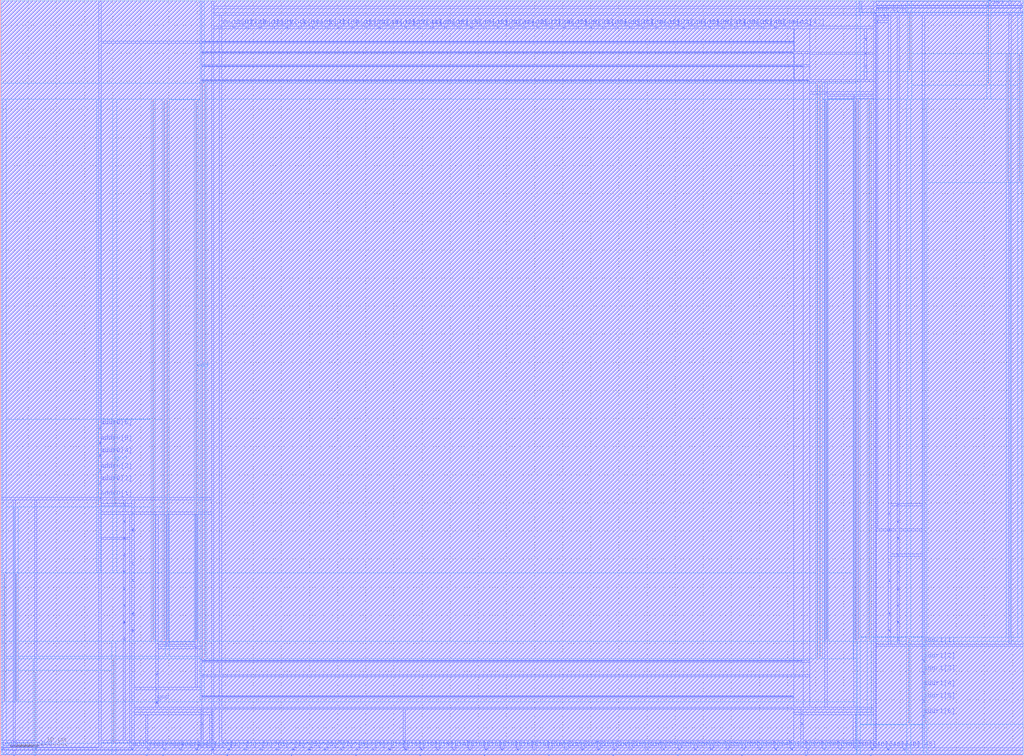
<source format=lef>
VERSION 5.4 ;
NAMESCASESENSITIVE ON ;
BUSBITCHARS "[]" ;
DIVIDERCHAR "/" ;
UNITS
  DATABASE MICRONS 2000 ;
END UNITS
MACRO freepdk45_sram_1w1r_128x44_11
   CLASS BLOCK ;
   SIZE 182.045 BY 134.51 ;
   SYMMETRY X Y R90 ;
   PIN din0[0]
      DIRECTION INPUT ;
      PORT
         LAYER metal3 ;
         RECT  37.715 1.1075 37.85 1.2425 ;
      END
   END din0[0]
   PIN din0[1]
      DIRECTION INPUT ;
      PORT
         LAYER metal3 ;
         RECT  40.575 1.1075 40.71 1.2425 ;
      END
   END din0[1]
   PIN din0[2]
      DIRECTION INPUT ;
      PORT
         LAYER metal3 ;
         RECT  43.435 1.1075 43.57 1.2425 ;
      END
   END din0[2]
   PIN din0[3]
      DIRECTION INPUT ;
      PORT
         LAYER metal3 ;
         RECT  46.295 1.1075 46.43 1.2425 ;
      END
   END din0[3]
   PIN din0[4]
      DIRECTION INPUT ;
      PORT
         LAYER metal3 ;
         RECT  49.155 1.1075 49.29 1.2425 ;
      END
   END din0[4]
   PIN din0[5]
      DIRECTION INPUT ;
      PORT
         LAYER metal3 ;
         RECT  52.015 1.1075 52.15 1.2425 ;
      END
   END din0[5]
   PIN din0[6]
      DIRECTION INPUT ;
      PORT
         LAYER metal3 ;
         RECT  54.875 1.1075 55.01 1.2425 ;
      END
   END din0[6]
   PIN din0[7]
      DIRECTION INPUT ;
      PORT
         LAYER metal3 ;
         RECT  57.735 1.1075 57.87 1.2425 ;
      END
   END din0[7]
   PIN din0[8]
      DIRECTION INPUT ;
      PORT
         LAYER metal3 ;
         RECT  60.595 1.1075 60.73 1.2425 ;
      END
   END din0[8]
   PIN din0[9]
      DIRECTION INPUT ;
      PORT
         LAYER metal3 ;
         RECT  63.455 1.1075 63.59 1.2425 ;
      END
   END din0[9]
   PIN din0[10]
      DIRECTION INPUT ;
      PORT
         LAYER metal3 ;
         RECT  66.315 1.1075 66.45 1.2425 ;
      END
   END din0[10]
   PIN din0[11]
      DIRECTION INPUT ;
      PORT
         LAYER metal3 ;
         RECT  69.175 1.1075 69.31 1.2425 ;
      END
   END din0[11]
   PIN din0[12]
      DIRECTION INPUT ;
      PORT
         LAYER metal3 ;
         RECT  72.035 1.1075 72.17 1.2425 ;
      END
   END din0[12]
   PIN din0[13]
      DIRECTION INPUT ;
      PORT
         LAYER metal3 ;
         RECT  74.895 1.1075 75.03 1.2425 ;
      END
   END din0[13]
   PIN din0[14]
      DIRECTION INPUT ;
      PORT
         LAYER metal3 ;
         RECT  77.755 1.1075 77.89 1.2425 ;
      END
   END din0[14]
   PIN din0[15]
      DIRECTION INPUT ;
      PORT
         LAYER metal3 ;
         RECT  80.615 1.1075 80.75 1.2425 ;
      END
   END din0[15]
   PIN din0[16]
      DIRECTION INPUT ;
      PORT
         LAYER metal3 ;
         RECT  83.475 1.1075 83.61 1.2425 ;
      END
   END din0[16]
   PIN din0[17]
      DIRECTION INPUT ;
      PORT
         LAYER metal3 ;
         RECT  86.335 1.1075 86.47 1.2425 ;
      END
   END din0[17]
   PIN din0[18]
      DIRECTION INPUT ;
      PORT
         LAYER metal3 ;
         RECT  89.195 1.1075 89.33 1.2425 ;
      END
   END din0[18]
   PIN din0[19]
      DIRECTION INPUT ;
      PORT
         LAYER metal3 ;
         RECT  92.055 1.1075 92.19 1.2425 ;
      END
   END din0[19]
   PIN din0[20]
      DIRECTION INPUT ;
      PORT
         LAYER metal3 ;
         RECT  94.915 1.1075 95.05 1.2425 ;
      END
   END din0[20]
   PIN din0[21]
      DIRECTION INPUT ;
      PORT
         LAYER metal3 ;
         RECT  97.775 1.1075 97.91 1.2425 ;
      END
   END din0[21]
   PIN din0[22]
      DIRECTION INPUT ;
      PORT
         LAYER metal3 ;
         RECT  100.635 1.1075 100.77 1.2425 ;
      END
   END din0[22]
   PIN din0[23]
      DIRECTION INPUT ;
      PORT
         LAYER metal3 ;
         RECT  103.495 1.1075 103.63 1.2425 ;
      END
   END din0[23]
   PIN din0[24]
      DIRECTION INPUT ;
      PORT
         LAYER metal3 ;
         RECT  106.355 1.1075 106.49 1.2425 ;
      END
   END din0[24]
   PIN din0[25]
      DIRECTION INPUT ;
      PORT
         LAYER metal3 ;
         RECT  109.215 1.1075 109.35 1.2425 ;
      END
   END din0[25]
   PIN din0[26]
      DIRECTION INPUT ;
      PORT
         LAYER metal3 ;
         RECT  112.075 1.1075 112.21 1.2425 ;
      END
   END din0[26]
   PIN din0[27]
      DIRECTION INPUT ;
      PORT
         LAYER metal3 ;
         RECT  114.935 1.1075 115.07 1.2425 ;
      END
   END din0[27]
   PIN din0[28]
      DIRECTION INPUT ;
      PORT
         LAYER metal3 ;
         RECT  117.795 1.1075 117.93 1.2425 ;
      END
   END din0[28]
   PIN din0[29]
      DIRECTION INPUT ;
      PORT
         LAYER metal3 ;
         RECT  120.655 1.1075 120.79 1.2425 ;
      END
   END din0[29]
   PIN din0[30]
      DIRECTION INPUT ;
      PORT
         LAYER metal3 ;
         RECT  123.515 1.1075 123.65 1.2425 ;
      END
   END din0[30]
   PIN din0[31]
      DIRECTION INPUT ;
      PORT
         LAYER metal3 ;
         RECT  126.375 1.1075 126.51 1.2425 ;
      END
   END din0[31]
   PIN din0[32]
      DIRECTION INPUT ;
      PORT
         LAYER metal3 ;
         RECT  129.235 1.1075 129.37 1.2425 ;
      END
   END din0[32]
   PIN din0[33]
      DIRECTION INPUT ;
      PORT
         LAYER metal3 ;
         RECT  132.095 1.1075 132.23 1.2425 ;
      END
   END din0[33]
   PIN din0[34]
      DIRECTION INPUT ;
      PORT
         LAYER metal3 ;
         RECT  134.955 1.1075 135.09 1.2425 ;
      END
   END din0[34]
   PIN din0[35]
      DIRECTION INPUT ;
      PORT
         LAYER metal3 ;
         RECT  137.815 1.1075 137.95 1.2425 ;
      END
   END din0[35]
   PIN din0[36]
      DIRECTION INPUT ;
      PORT
         LAYER metal3 ;
         RECT  140.675 1.1075 140.81 1.2425 ;
      END
   END din0[36]
   PIN din0[37]
      DIRECTION INPUT ;
      PORT
         LAYER metal3 ;
         RECT  143.535 1.1075 143.67 1.2425 ;
      END
   END din0[37]
   PIN din0[38]
      DIRECTION INPUT ;
      PORT
         LAYER metal3 ;
         RECT  146.395 1.1075 146.53 1.2425 ;
      END
   END din0[38]
   PIN din0[39]
      DIRECTION INPUT ;
      PORT
         LAYER metal3 ;
         RECT  149.255 1.1075 149.39 1.2425 ;
      END
   END din0[39]
   PIN din0[40]
      DIRECTION INPUT ;
      PORT
         LAYER metal3 ;
         RECT  152.115 1.1075 152.25 1.2425 ;
      END
   END din0[40]
   PIN din0[41]
      DIRECTION INPUT ;
      PORT
         LAYER metal3 ;
         RECT  154.975 1.1075 155.11 1.2425 ;
      END
   END din0[41]
   PIN din0[42]
      DIRECTION INPUT ;
      PORT
         LAYER metal3 ;
         RECT  157.835 1.1075 157.97 1.2425 ;
      END
   END din0[42]
   PIN din0[43]
      DIRECTION INPUT ;
      PORT
         LAYER metal3 ;
         RECT  160.695 1.1075 160.83 1.2425 ;
      END
   END din0[43]
   PIN addr0[0]
      DIRECTION INPUT ;
      PORT
         LAYER metal3 ;
         RECT  23.415 1.1075 23.55 1.2425 ;
      END
   END addr0[0]
   PIN addr0[1]
      DIRECTION INPUT ;
      PORT
         LAYER metal3 ;
         RECT  17.695 45.6975 17.83 45.8325 ;
      END
   END addr0[1]
   PIN addr0[2]
      DIRECTION INPUT ;
      PORT
         LAYER metal3 ;
         RECT  17.695 48.4275 17.83 48.5625 ;
      END
   END addr0[2]
   PIN addr0[3]
      DIRECTION INPUT ;
      PORT
         LAYER metal3 ;
         RECT  17.695 50.6375 17.83 50.7725 ;
      END
   END addr0[3]
   PIN addr0[4]
      DIRECTION INPUT ;
      PORT
         LAYER metal3 ;
         RECT  17.695 53.3675 17.83 53.5025 ;
      END
   END addr0[4]
   PIN addr0[5]
      DIRECTION INPUT ;
      PORT
         LAYER metal3 ;
         RECT  17.695 55.5775 17.83 55.7125 ;
      END
   END addr0[5]
   PIN addr0[6]
      DIRECTION INPUT ;
      PORT
         LAYER metal3 ;
         RECT  17.695 58.3075 17.83 58.4425 ;
      END
   END addr0[6]
   PIN addr1[0]
      DIRECTION INPUT ;
      PORT
         LAYER metal3 ;
         RECT  155.495 131.935 155.63 132.07 ;
      END
   END addr1[0]
   PIN addr1[1]
      DIRECTION INPUT ;
      PORT
         LAYER metal3 ;
         RECT  164.075 19.5675 164.21 19.7025 ;
      END
   END addr1[1]
   PIN addr1[2]
      DIRECTION INPUT ;
      PORT
         LAYER metal3 ;
         RECT  164.075 16.8375 164.21 16.9725 ;
      END
   END addr1[2]
   PIN addr1[3]
      DIRECTION INPUT ;
      PORT
         LAYER metal3 ;
         RECT  164.075 14.6275 164.21 14.7625 ;
      END
   END addr1[3]
   PIN addr1[4]
      DIRECTION INPUT ;
      PORT
         LAYER metal3 ;
         RECT  164.075 11.8975 164.21 12.0325 ;
      END
   END addr1[4]
   PIN addr1[5]
      DIRECTION INPUT ;
      PORT
         LAYER metal3 ;
         RECT  164.075 9.6875 164.21 9.8225 ;
      END
   END addr1[5]
   PIN addr1[6]
      DIRECTION INPUT ;
      PORT
         LAYER metal3 ;
         RECT  164.075 6.9575 164.21 7.0925 ;
      END
   END addr1[6]
   PIN csb0
      DIRECTION INPUT ;
      PORT
         LAYER metal3 ;
         RECT  0.285 1.1075 0.42 1.2425 ;
      END
   END csb0
   PIN csb1
      DIRECTION INPUT ;
      PORT
         LAYER metal3 ;
         RECT  181.625 133.2675 181.76 133.4025 ;
      END
   END csb1
   PIN clk0
      DIRECTION INPUT ;
      PORT
         LAYER metal3 ;
         RECT  6.2475 1.1925 6.3825 1.3275 ;
      END
   END clk0
   PIN clk1
      DIRECTION INPUT ;
      PORT
         LAYER metal3 ;
         RECT  175.5225 133.1825 175.6575 133.3175 ;
      END
   END clk1
   PIN wmask0[0]
      DIRECTION INPUT ;
      PORT
         LAYER metal3 ;
         RECT  26.275 1.1075 26.41 1.2425 ;
      END
   END wmask0[0]
   PIN wmask0[1]
      DIRECTION INPUT ;
      PORT
         LAYER metal3 ;
         RECT  29.135 1.1075 29.27 1.2425 ;
      END
   END wmask0[1]
   PIN wmask0[2]
      DIRECTION INPUT ;
      PORT
         LAYER metal3 ;
         RECT  31.995 1.1075 32.13 1.2425 ;
      END
   END wmask0[2]
   PIN wmask0[3]
      DIRECTION INPUT ;
      PORT
         LAYER metal3 ;
         RECT  34.855 1.1075 34.99 1.2425 ;
      END
   END wmask0[3]
   PIN dout1[0]
      DIRECTION OUTPUT ;
      PORT
         LAYER metal3 ;
         RECT  39.1225 129.5125 39.2575 129.6475 ;
      END
   END dout1[0]
   PIN dout1[1]
      DIRECTION OUTPUT ;
      PORT
         LAYER metal3 ;
         RECT  41.4725 129.5125 41.6075 129.6475 ;
      END
   END dout1[1]
   PIN dout1[2]
      DIRECTION OUTPUT ;
      PORT
         LAYER metal3 ;
         RECT  43.8225 129.5125 43.9575 129.6475 ;
      END
   END dout1[2]
   PIN dout1[3]
      DIRECTION OUTPUT ;
      PORT
         LAYER metal3 ;
         RECT  46.1725 129.5125 46.3075 129.6475 ;
      END
   END dout1[3]
   PIN dout1[4]
      DIRECTION OUTPUT ;
      PORT
         LAYER metal3 ;
         RECT  48.5225 129.5125 48.6575 129.6475 ;
      END
   END dout1[4]
   PIN dout1[5]
      DIRECTION OUTPUT ;
      PORT
         LAYER metal3 ;
         RECT  50.8725 129.5125 51.0075 129.6475 ;
      END
   END dout1[5]
   PIN dout1[6]
      DIRECTION OUTPUT ;
      PORT
         LAYER metal3 ;
         RECT  53.2225 129.5125 53.3575 129.6475 ;
      END
   END dout1[6]
   PIN dout1[7]
      DIRECTION OUTPUT ;
      PORT
         LAYER metal3 ;
         RECT  55.5725 129.5125 55.7075 129.6475 ;
      END
   END dout1[7]
   PIN dout1[8]
      DIRECTION OUTPUT ;
      PORT
         LAYER metal3 ;
         RECT  57.9225 129.5125 58.0575 129.6475 ;
      END
   END dout1[8]
   PIN dout1[9]
      DIRECTION OUTPUT ;
      PORT
         LAYER metal3 ;
         RECT  60.2725 129.5125 60.4075 129.6475 ;
      END
   END dout1[9]
   PIN dout1[10]
      DIRECTION OUTPUT ;
      PORT
         LAYER metal3 ;
         RECT  62.6225 129.5125 62.7575 129.6475 ;
      END
   END dout1[10]
   PIN dout1[11]
      DIRECTION OUTPUT ;
      PORT
         LAYER metal3 ;
         RECT  64.9725 129.5125 65.1075 129.6475 ;
      END
   END dout1[11]
   PIN dout1[12]
      DIRECTION OUTPUT ;
      PORT
         LAYER metal3 ;
         RECT  67.3225 129.5125 67.4575 129.6475 ;
      END
   END dout1[12]
   PIN dout1[13]
      DIRECTION OUTPUT ;
      PORT
         LAYER metal3 ;
         RECT  69.6725 129.5125 69.8075 129.6475 ;
      END
   END dout1[13]
   PIN dout1[14]
      DIRECTION OUTPUT ;
      PORT
         LAYER metal3 ;
         RECT  72.0225 129.5125 72.1575 129.6475 ;
      END
   END dout1[14]
   PIN dout1[15]
      DIRECTION OUTPUT ;
      PORT
         LAYER metal3 ;
         RECT  74.3725 129.5125 74.5075 129.6475 ;
      END
   END dout1[15]
   PIN dout1[16]
      DIRECTION OUTPUT ;
      PORT
         LAYER metal3 ;
         RECT  76.7225 129.5125 76.8575 129.6475 ;
      END
   END dout1[16]
   PIN dout1[17]
      DIRECTION OUTPUT ;
      PORT
         LAYER metal3 ;
         RECT  79.0725 129.5125 79.2075 129.6475 ;
      END
   END dout1[17]
   PIN dout1[18]
      DIRECTION OUTPUT ;
      PORT
         LAYER metal3 ;
         RECT  81.4225 129.5125 81.5575 129.6475 ;
      END
   END dout1[18]
   PIN dout1[19]
      DIRECTION OUTPUT ;
      PORT
         LAYER metal3 ;
         RECT  83.7725 129.5125 83.9075 129.6475 ;
      END
   END dout1[19]
   PIN dout1[20]
      DIRECTION OUTPUT ;
      PORT
         LAYER metal3 ;
         RECT  86.1225 129.5125 86.2575 129.6475 ;
      END
   END dout1[20]
   PIN dout1[21]
      DIRECTION OUTPUT ;
      PORT
         LAYER metal3 ;
         RECT  88.4725 129.5125 88.6075 129.6475 ;
      END
   END dout1[21]
   PIN dout1[22]
      DIRECTION OUTPUT ;
      PORT
         LAYER metal3 ;
         RECT  90.8225 129.5125 90.9575 129.6475 ;
      END
   END dout1[22]
   PIN dout1[23]
      DIRECTION OUTPUT ;
      PORT
         LAYER metal3 ;
         RECT  93.1725 129.5125 93.3075 129.6475 ;
      END
   END dout1[23]
   PIN dout1[24]
      DIRECTION OUTPUT ;
      PORT
         LAYER metal3 ;
         RECT  95.5225 129.5125 95.6575 129.6475 ;
      END
   END dout1[24]
   PIN dout1[25]
      DIRECTION OUTPUT ;
      PORT
         LAYER metal3 ;
         RECT  97.8725 129.5125 98.0075 129.6475 ;
      END
   END dout1[25]
   PIN dout1[26]
      DIRECTION OUTPUT ;
      PORT
         LAYER metal3 ;
         RECT  100.2225 129.5125 100.3575 129.6475 ;
      END
   END dout1[26]
   PIN dout1[27]
      DIRECTION OUTPUT ;
      PORT
         LAYER metal3 ;
         RECT  102.5725 129.5125 102.7075 129.6475 ;
      END
   END dout1[27]
   PIN dout1[28]
      DIRECTION OUTPUT ;
      PORT
         LAYER metal3 ;
         RECT  104.9225 129.5125 105.0575 129.6475 ;
      END
   END dout1[28]
   PIN dout1[29]
      DIRECTION OUTPUT ;
      PORT
         LAYER metal3 ;
         RECT  107.2725 129.5125 107.4075 129.6475 ;
      END
   END dout1[29]
   PIN dout1[30]
      DIRECTION OUTPUT ;
      PORT
         LAYER metal3 ;
         RECT  109.6225 129.5125 109.7575 129.6475 ;
      END
   END dout1[30]
   PIN dout1[31]
      DIRECTION OUTPUT ;
      PORT
         LAYER metal3 ;
         RECT  111.9725 129.5125 112.1075 129.6475 ;
      END
   END dout1[31]
   PIN dout1[32]
      DIRECTION OUTPUT ;
      PORT
         LAYER metal3 ;
         RECT  114.3225 129.5125 114.4575 129.6475 ;
      END
   END dout1[32]
   PIN dout1[33]
      DIRECTION OUTPUT ;
      PORT
         LAYER metal3 ;
         RECT  116.6725 129.5125 116.8075 129.6475 ;
      END
   END dout1[33]
   PIN dout1[34]
      DIRECTION OUTPUT ;
      PORT
         LAYER metal3 ;
         RECT  119.0225 129.5125 119.1575 129.6475 ;
      END
   END dout1[34]
   PIN dout1[35]
      DIRECTION OUTPUT ;
      PORT
         LAYER metal3 ;
         RECT  121.3725 129.5125 121.5075 129.6475 ;
      END
   END dout1[35]
   PIN dout1[36]
      DIRECTION OUTPUT ;
      PORT
         LAYER metal3 ;
         RECT  123.7225 129.5125 123.8575 129.6475 ;
      END
   END dout1[36]
   PIN dout1[37]
      DIRECTION OUTPUT ;
      PORT
         LAYER metal3 ;
         RECT  126.0725 129.5125 126.2075 129.6475 ;
      END
   END dout1[37]
   PIN dout1[38]
      DIRECTION OUTPUT ;
      PORT
         LAYER metal3 ;
         RECT  128.4225 129.5125 128.5575 129.6475 ;
      END
   END dout1[38]
   PIN dout1[39]
      DIRECTION OUTPUT ;
      PORT
         LAYER metal3 ;
         RECT  130.7725 129.5125 130.9075 129.6475 ;
      END
   END dout1[39]
   PIN dout1[40]
      DIRECTION OUTPUT ;
      PORT
         LAYER metal3 ;
         RECT  133.1225 129.5125 133.2575 129.6475 ;
      END
   END dout1[40]
   PIN dout1[41]
      DIRECTION OUTPUT ;
      PORT
         LAYER metal3 ;
         RECT  135.4725 129.5125 135.6075 129.6475 ;
      END
   END dout1[41]
   PIN dout1[42]
      DIRECTION OUTPUT ;
      PORT
         LAYER metal3 ;
         RECT  137.8225 129.5125 137.9575 129.6475 ;
      END
   END dout1[42]
   PIN dout1[43]
      DIRECTION OUTPUT ;
      PORT
         LAYER metal3 ;
         RECT  140.1725 129.5125 140.3075 129.6475 ;
      END
   END dout1[43]
   PIN vdd
      DIRECTION INOUT ;
      USE POWER ; 
      SHAPE ABUTMENT ; 
      PORT
         LAYER metal3 ;
         RECT  158.0625 40.1075 158.1975 40.2425 ;
         LAYER metal4 ;
         RECT  152.505 20.67 152.645 116.56 ;
         LAYER metal3 ;
         RECT  23.5125 43.0975 23.6475 43.2325 ;
         LAYER metal4 ;
         RECT  0.6875 9.8475 0.8275 32.25 ;
         LAYER metal3 ;
         RECT  23.5125 25.1575 23.6475 25.2925 ;
         LAYER metal4 ;
         RECT  29.065 20.67 29.205 116.56 ;
         LAYER metal4 ;
         RECT  161.635 122.02 161.775 132.04 ;
         LAYER metal3 ;
         RECT  35.9375 8.415 140.9775 8.485 ;
         LAYER metal3 ;
         RECT  35.9375 126.9575 140.9775 127.0275 ;
         LAYER metal3 ;
         RECT  2.425 2.4725 2.56 2.6075 ;
         LAYER metal3 ;
         RECT  158.0625 43.0975 158.1975 43.2325 ;
         LAYER metal4 ;
         RECT  164.355 5.85 164.495 20.81 ;
         LAYER metal3 ;
         RECT  23.5125 22.1675 23.6475 22.3025 ;
         LAYER metal4 ;
         RECT  181.2175 102.26 181.3575 124.6625 ;
         LAYER metal3 ;
         RECT  71.7525 2.4725 71.8875 2.6075 ;
         LAYER metal4 ;
         RECT  35.87 17.5 36.01 119.41 ;
         LAYER metal3 ;
         RECT  27.775 11.9075 27.91 12.0425 ;
         LAYER metal3 ;
         RECT  142.4875 7.4475 142.6225 7.5825 ;
         LAYER metal3 ;
         RECT  151.8325 2.4725 151.9675 2.6075 ;
         LAYER metal3 ;
         RECT  23.5125 31.1375 23.6475 31.2725 ;
         LAYER metal3 ;
         RECT  35.8025 7.4475 35.9375 7.5825 ;
         LAYER metal4 ;
         RECT  145.7 17.5 145.84 119.41 ;
         LAYER metal3 ;
         RECT  23.1325 2.4725 23.2675 2.6075 ;
         LAYER metal3 ;
         RECT  128.9525 2.4725 129.0875 2.6075 ;
         LAYER metal3 ;
         RECT  23.5125 40.1075 23.6475 40.2425 ;
         LAYER metal4 ;
         RECT  17.41 44.59 17.55 59.55 ;
         LAYER metal3 ;
         RECT  34.7925 19.1775 34.9275 19.3125 ;
         LAYER metal3 ;
         RECT  35.9375 120.105 143.7975 120.175 ;
         LAYER metal3 ;
         RECT  158.0625 31.1375 158.1975 31.2725 ;
         LAYER metal3 ;
         RECT  158.0625 22.1675 158.1975 22.3025 ;
         LAYER metal3 ;
         RECT  25.9925 2.4725 26.1275 2.6075 ;
         LAYER metal3 ;
         RECT  35.9375 16.805 142.6225 16.875 ;
         LAYER metal3 ;
         RECT  83.1925 2.4725 83.3275 2.6075 ;
         LAYER metal3 ;
         RECT  158.0625 34.1275 158.1975 34.2625 ;
         LAYER metal3 ;
         RECT  29.685 19.965 29.82 20.1 ;
         LAYER metal4 ;
         RECT  20.13 2.47 20.27 17.43 ;
         LAYER metal3 ;
         RECT  48.8725 2.4725 49.0075 2.6075 ;
         LAYER metal3 ;
         RECT  158.0625 25.1575 158.1975 25.2925 ;
         LAYER metal3 ;
         RECT  106.0725 2.4725 106.2075 2.6075 ;
         LAYER metal3 ;
         RECT  23.5125 34.1275 23.6475 34.2625 ;
         LAYER metal3 ;
         RECT  60.3125 2.4725 60.4475 2.6075 ;
         LAYER metal3 ;
         RECT  146.7825 117.8475 146.9175 117.9825 ;
         LAYER metal3 ;
         RECT  94.6325 2.4725 94.7675 2.6075 ;
         LAYER metal3 ;
         RECT  117.5125 2.4725 117.6475 2.6075 ;
         LAYER metal3 ;
         RECT  179.485 131.9025 179.62 132.0375 ;
         LAYER metal3 ;
         RECT  151.89 117.06 152.025 117.195 ;
         LAYER metal3 ;
         RECT  37.4325 2.4725 37.5675 2.6075 ;
         LAYER metal3 ;
         RECT  153.8 124.9375 153.935 125.0725 ;
         LAYER metal3 ;
         RECT  140.3925 2.4725 140.5275 2.6075 ;
         LAYER metal4 ;
         RECT  146.78 20.67 146.92 116.49 ;
         LAYER metal4 ;
         RECT  34.79 20.67 34.93 116.49 ;
         LAYER metal3 ;
         RECT  155.7775 130.57 155.9125 130.705 ;
      END
   END vdd
   PIN gnd
      DIRECTION INOUT ;
      USE GROUND ; 
      SHAPE ABUTMENT ; 
      PORT
         LAYER metal3 ;
         RECT  21.985 38.6125 22.12 38.7475 ;
         LAYER metal3 ;
         RECT  2.425 0.0025 2.56 0.1375 ;
         LAYER metal3 ;
         RECT  143.2525 0.0025 143.3875 0.1375 ;
         LAYER metal4 ;
         RECT  175.66 119.55 175.8 134.51 ;
         LAYER metal4 ;
         RECT  29.625 20.6375 29.765 116.5225 ;
         LAYER metal3 ;
         RECT  35.9375 14.185 142.655 14.255 ;
         LAYER metal3 ;
         RECT  21.985 32.6325 22.12 32.7675 ;
         LAYER metal3 ;
         RECT  159.59 44.5925 159.725 44.7275 ;
         LAYER metal3 ;
         RECT  159.59 35.6225 159.725 35.7575 ;
         LAYER metal3 ;
         RECT  21.985 26.6525 22.12 26.7875 ;
         LAYER metal3 ;
         RECT  35.9375 125.065 141.0125 125.135 ;
         LAYER metal3 ;
         RECT  21.985 44.5925 22.12 44.7275 ;
         LAYER metal3 ;
         RECT  153.8 127.4075 153.935 127.5425 ;
         LAYER metal3 ;
         RECT  51.7325 0.0025 51.8675 0.1375 ;
         LAYER metal3 ;
         RECT  108.9325 0.0025 109.0675 0.1375 ;
         LAYER metal3 ;
         RECT  159.59 38.6125 159.725 38.7475 ;
         LAYER metal3 ;
         RECT  35.9375 122.725 142.655 122.795 ;
         LAYER metal3 ;
         RECT  97.4925 0.0025 97.6275 0.1375 ;
         LAYER metal4 ;
         RECT  36.33 17.5 36.47 119.41 ;
         LAYER metal3 ;
         RECT  21.985 20.6725 22.12 20.8075 ;
         LAYER metal3 ;
         RECT  159.59 26.6525 159.725 26.7875 ;
         LAYER metal4 ;
         RECT  151.945 20.6375 152.085 116.5225 ;
         LAYER metal4 ;
         RECT  161.495 5.785 161.635 20.875 ;
         LAYER metal3 ;
         RECT  159.59 20.6725 159.725 20.8075 ;
         LAYER metal3 ;
         RECT  63.1725 0.0025 63.3075 0.1375 ;
         LAYER metal3 ;
         RECT  153.8 122.4675 153.935 122.6025 ;
         LAYER metal3 ;
         RECT  40.2925 0.0025 40.4275 0.1375 ;
         LAYER metal3 ;
         RECT  159.59 32.6325 159.725 32.7675 ;
         LAYER metal4 ;
         RECT  6.105 0.0 6.245 14.96 ;
         LAYER metal3 ;
         RECT  120.3725 0.0025 120.5075 0.1375 ;
         LAYER metal3 ;
         RECT  154.6925 0.0025 154.8275 0.1375 ;
         LAYER metal3 ;
         RECT  131.8125 0.0025 131.9475 0.1375 ;
         LAYER metal4 ;
         RECT  2.75 9.88 2.89 32.2825 ;
         LAYER metal3 ;
         RECT  159.59 41.6025 159.725 41.7375 ;
         LAYER metal4 ;
         RECT  27.13 20.6375 27.27 116.56 ;
         LAYER metal3 ;
         RECT  35.9375 10.465 140.9775 10.535 ;
         LAYER metal3 ;
         RECT  25.9925 0.0025 26.1275 0.1375 ;
         LAYER metal3 ;
         RECT  21.985 41.6025 22.12 41.7375 ;
         LAYER metal4 ;
         RECT  154.44 20.6375 154.58 116.56 ;
         LAYER metal3 ;
         RECT  21.985 35.6225 22.12 35.7575 ;
         LAYER metal3 ;
         RECT  21.985 29.6425 22.12 29.7775 ;
         LAYER metal3 ;
         RECT  152.9175 133.04 153.0525 133.175 ;
         LAYER metal3 ;
         RECT  159.59 29.6425 159.725 29.7775 ;
         LAYER metal3 ;
         RECT  27.775 14.3775 27.91 14.5125 ;
         LAYER metal3 ;
         RECT  28.8525 0.0025 28.9875 0.1375 ;
         LAYER metal3 ;
         RECT  35.8025 5.6275 35.9375 5.7625 ;
         LAYER metal3 ;
         RECT  86.0525 0.0025 86.1875 0.1375 ;
         LAYER metal4 ;
         RECT  145.24 17.5 145.38 119.41 ;
         LAYER metal4 ;
         RECT  179.155 102.2275 179.295 124.63 ;
         LAYER metal3 ;
         RECT  21.985 23.6625 22.12 23.7975 ;
         LAYER metal3 ;
         RECT  159.59 23.6625 159.725 23.7975 ;
         LAYER metal3 ;
         RECT  179.485 134.3725 179.62 134.5075 ;
         LAYER metal4 ;
         RECT  20.27 44.525 20.41 59.615 ;
         LAYER metal3 ;
         RECT  74.6125 0.0025 74.7475 0.1375 ;
         LAYER metal3 ;
         RECT  142.4875 5.6275 142.6225 5.7625 ;
         LAYER metal3 ;
         RECT  27.775 9.4375 27.91 9.5725 ;
      END
   END gnd
   OBS
   LAYER  metal1 ;
      RECT  0.14 0.14 181.905 134.37 ;
   LAYER  metal2 ;
      RECT  0.14 0.14 181.905 134.37 ;
   LAYER  metal3 ;
      RECT  37.575 0.14 37.99 0.9675 ;
      RECT  37.99 0.9675 40.435 1.3825 ;
      RECT  40.85 0.9675 43.295 1.3825 ;
      RECT  43.71 0.9675 46.155 1.3825 ;
      RECT  46.57 0.9675 49.015 1.3825 ;
      RECT  49.43 0.9675 51.875 1.3825 ;
      RECT  52.29 0.9675 54.735 1.3825 ;
      RECT  55.15 0.9675 57.595 1.3825 ;
      RECT  58.01 0.9675 60.455 1.3825 ;
      RECT  60.87 0.9675 63.315 1.3825 ;
      RECT  63.73 0.9675 66.175 1.3825 ;
      RECT  66.59 0.9675 69.035 1.3825 ;
      RECT  69.45 0.9675 71.895 1.3825 ;
      RECT  72.31 0.9675 74.755 1.3825 ;
      RECT  75.17 0.9675 77.615 1.3825 ;
      RECT  78.03 0.9675 80.475 1.3825 ;
      RECT  80.89 0.9675 83.335 1.3825 ;
      RECT  83.75 0.9675 86.195 1.3825 ;
      RECT  86.61 0.9675 89.055 1.3825 ;
      RECT  89.47 0.9675 91.915 1.3825 ;
      RECT  92.33 0.9675 94.775 1.3825 ;
      RECT  95.19 0.9675 97.635 1.3825 ;
      RECT  98.05 0.9675 100.495 1.3825 ;
      RECT  100.91 0.9675 103.355 1.3825 ;
      RECT  103.77 0.9675 106.215 1.3825 ;
      RECT  106.63 0.9675 109.075 1.3825 ;
      RECT  109.49 0.9675 111.935 1.3825 ;
      RECT  112.35 0.9675 114.795 1.3825 ;
      RECT  115.21 0.9675 117.655 1.3825 ;
      RECT  118.07 0.9675 120.515 1.3825 ;
      RECT  120.93 0.9675 123.375 1.3825 ;
      RECT  123.79 0.9675 126.235 1.3825 ;
      RECT  126.65 0.9675 129.095 1.3825 ;
      RECT  129.51 0.9675 131.955 1.3825 ;
      RECT  132.37 0.9675 134.815 1.3825 ;
      RECT  135.23 0.9675 137.675 1.3825 ;
      RECT  138.09 0.9675 140.535 1.3825 ;
      RECT  140.95 0.9675 143.395 1.3825 ;
      RECT  143.81 0.9675 146.255 1.3825 ;
      RECT  146.67 0.9675 149.115 1.3825 ;
      RECT  149.53 0.9675 151.975 1.3825 ;
      RECT  152.39 0.9675 154.835 1.3825 ;
      RECT  155.25 0.9675 157.695 1.3825 ;
      RECT  158.11 0.9675 160.555 1.3825 ;
      RECT  160.97 0.9675 181.905 1.3825 ;
      RECT  0.14 45.5575 17.555 45.9725 ;
      RECT  0.14 45.9725 17.555 134.37 ;
      RECT  17.555 1.3825 17.97 45.5575 ;
      RECT  17.97 45.5575 37.575 45.9725 ;
      RECT  17.555 45.9725 17.97 48.2875 ;
      RECT  17.555 48.7025 17.97 50.4975 ;
      RECT  17.555 50.9125 17.97 53.2275 ;
      RECT  17.555 53.6425 17.97 55.4375 ;
      RECT  17.555 55.8525 17.97 58.1675 ;
      RECT  17.555 58.5825 17.97 134.37 ;
      RECT  37.99 131.795 155.355 132.21 ;
      RECT  155.355 132.21 155.77 134.37 ;
      RECT  155.77 1.3825 163.935 19.4275 ;
      RECT  155.77 19.4275 163.935 19.8425 ;
      RECT  163.935 19.8425 164.35 131.795 ;
      RECT  164.35 1.3825 181.905 19.4275 ;
      RECT  164.35 19.4275 181.905 19.8425 ;
      RECT  163.935 17.1125 164.35 19.4275 ;
      RECT  163.935 14.9025 164.35 16.6975 ;
      RECT  163.935 12.1725 164.35 14.4875 ;
      RECT  163.935 9.9625 164.35 11.7575 ;
      RECT  163.935 1.3825 164.35 6.8175 ;
      RECT  163.935 7.2325 164.35 9.5475 ;
      RECT  0.14 0.9675 0.145 1.3825 ;
      RECT  181.485 132.21 181.9 133.1275 ;
      RECT  181.485 133.5425 181.9 134.37 ;
      RECT  181.9 132.21 181.905 133.1275 ;
      RECT  181.9 133.1275 181.905 133.5425 ;
      RECT  181.9 133.5425 181.905 134.37 ;
      RECT  0.14 1.3825 6.1075 1.4675 ;
      RECT  6.1075 1.4675 6.5225 45.5575 ;
      RECT  6.5225 1.3825 17.555 1.4675 ;
      RECT  6.5225 1.4675 17.555 45.5575 ;
      RECT  0.56 0.9675 6.1075 1.0525 ;
      RECT  0.56 1.0525 6.1075 1.3825 ;
      RECT  6.1075 0.9675 6.5225 1.0525 ;
      RECT  6.5225 0.9675 23.275 1.0525 ;
      RECT  6.5225 1.0525 23.275 1.3825 ;
      RECT  155.77 132.21 175.3825 133.0425 ;
      RECT  155.77 133.0425 175.3825 133.1275 ;
      RECT  175.3825 132.21 175.7975 133.0425 ;
      RECT  175.7975 132.21 181.485 133.0425 ;
      RECT  175.7975 133.0425 181.485 133.1275 ;
      RECT  155.77 133.1275 175.3825 133.4575 ;
      RECT  155.77 133.4575 175.3825 133.5425 ;
      RECT  175.3825 133.4575 175.7975 133.5425 ;
      RECT  175.7975 133.1275 181.485 133.4575 ;
      RECT  175.7975 133.4575 181.485 133.5425 ;
      RECT  23.69 0.9675 26.135 1.3825 ;
      RECT  26.55 0.9675 28.995 1.3825 ;
      RECT  29.41 0.9675 31.855 1.3825 ;
      RECT  32.27 0.9675 34.715 1.3825 ;
      RECT  35.13 0.9675 37.575 1.3825 ;
      RECT  37.99 129.3725 38.9825 129.7875 ;
      RECT  37.99 129.7875 38.9825 131.795 ;
      RECT  38.9825 129.7875 39.3975 131.795 ;
      RECT  39.3975 129.7875 155.355 131.795 ;
      RECT  39.3975 129.3725 41.3325 129.7875 ;
      RECT  41.7475 129.3725 43.6825 129.7875 ;
      RECT  44.0975 129.3725 46.0325 129.7875 ;
      RECT  46.4475 129.3725 48.3825 129.7875 ;
      RECT  48.7975 129.3725 50.7325 129.7875 ;
      RECT  51.1475 129.3725 53.0825 129.7875 ;
      RECT  53.4975 129.3725 55.4325 129.7875 ;
      RECT  55.8475 129.3725 57.7825 129.7875 ;
      RECT  58.1975 129.3725 60.1325 129.7875 ;
      RECT  60.5475 129.3725 62.4825 129.7875 ;
      RECT  62.8975 129.3725 64.8325 129.7875 ;
      RECT  65.2475 129.3725 67.1825 129.7875 ;
      RECT  67.5975 129.3725 69.5325 129.7875 ;
      RECT  69.9475 129.3725 71.8825 129.7875 ;
      RECT  72.2975 129.3725 74.2325 129.7875 ;
      RECT  74.6475 129.3725 76.5825 129.7875 ;
      RECT  76.9975 129.3725 78.9325 129.7875 ;
      RECT  79.3475 129.3725 81.2825 129.7875 ;
      RECT  81.6975 129.3725 83.6325 129.7875 ;
      RECT  84.0475 129.3725 85.9825 129.7875 ;
      RECT  86.3975 129.3725 88.3325 129.7875 ;
      RECT  88.7475 129.3725 90.6825 129.7875 ;
      RECT  91.0975 129.3725 93.0325 129.7875 ;
      RECT  93.4475 129.3725 95.3825 129.7875 ;
      RECT  95.7975 129.3725 97.7325 129.7875 ;
      RECT  98.1475 129.3725 100.0825 129.7875 ;
      RECT  100.4975 129.3725 102.4325 129.7875 ;
      RECT  102.8475 129.3725 104.7825 129.7875 ;
      RECT  105.1975 129.3725 107.1325 129.7875 ;
      RECT  107.5475 129.3725 109.4825 129.7875 ;
      RECT  109.8975 129.3725 111.8325 129.7875 ;
      RECT  112.2475 129.3725 114.1825 129.7875 ;
      RECT  114.5975 129.3725 116.5325 129.7875 ;
      RECT  116.9475 129.3725 118.8825 129.7875 ;
      RECT  119.2975 129.3725 121.2325 129.7875 ;
      RECT  121.6475 129.3725 123.5825 129.7875 ;
      RECT  123.9975 129.3725 125.9325 129.7875 ;
      RECT  126.3475 129.3725 128.2825 129.7875 ;
      RECT  128.6975 129.3725 130.6325 129.7875 ;
      RECT  131.0475 129.3725 132.9825 129.7875 ;
      RECT  133.3975 129.3725 135.3325 129.7875 ;
      RECT  135.7475 129.3725 137.6825 129.7875 ;
      RECT  138.0975 129.3725 140.0325 129.7875 ;
      RECT  140.4475 129.3725 155.355 129.7875 ;
      RECT  155.77 19.8425 157.9225 39.9675 ;
      RECT  155.77 39.9675 157.9225 40.3825 ;
      RECT  158.3375 39.9675 163.935 40.3825 ;
      RECT  17.97 42.9575 23.3725 43.3725 ;
      RECT  23.3725 43.3725 23.7875 45.5575 ;
      RECT  23.7875 42.9575 37.575 43.3725 ;
      RECT  23.7875 43.3725 37.575 45.5575 ;
      RECT  37.99 1.3825 38.9825 8.275 ;
      RECT  38.9825 1.3825 39.3975 8.275 ;
      RECT  141.1175 8.275 155.355 8.625 ;
      RECT  23.7875 8.275 35.7975 8.625 ;
      RECT  17.97 45.9725 35.7975 126.8175 ;
      RECT  17.97 126.8175 35.7975 127.1675 ;
      RECT  17.97 127.1675 35.7975 134.37 ;
      RECT  35.7975 127.1675 37.575 134.37 ;
      RECT  37.575 127.1675 37.99 134.37 ;
      RECT  37.99 127.1675 38.9825 129.3725 ;
      RECT  38.9825 127.1675 39.3975 129.3725 ;
      RECT  39.3975 127.1675 141.1175 129.3725 ;
      RECT  0.14 1.4675 2.285 2.3325 ;
      RECT  0.14 2.3325 2.285 2.7475 ;
      RECT  0.14 2.7475 2.285 45.5575 ;
      RECT  2.285 1.4675 2.7 2.3325 ;
      RECT  2.285 2.7475 2.7 45.5575 ;
      RECT  2.7 1.4675 6.1075 2.3325 ;
      RECT  2.7 2.3325 6.1075 2.7475 ;
      RECT  2.7 2.7475 6.1075 45.5575 ;
      RECT  157.9225 40.3825 158.3375 42.9575 ;
      RECT  157.9225 43.3725 158.3375 131.795 ;
      RECT  23.3725 22.4425 23.7875 25.0175 ;
      RECT  39.3975 1.3825 71.6125 2.3325 ;
      RECT  39.3975 2.7475 71.6125 8.275 ;
      RECT  71.6125 1.3825 72.0275 2.3325 ;
      RECT  71.6125 2.7475 72.0275 8.275 ;
      RECT  72.0275 1.3825 141.1175 2.3325 ;
      RECT  72.0275 2.7475 141.1175 8.275 ;
      RECT  23.7875 8.625 27.635 11.7675 ;
      RECT  23.7875 11.7675 27.635 12.1825 ;
      RECT  23.7875 12.1825 27.635 42.9575 ;
      RECT  28.05 8.625 35.7975 11.7675 ;
      RECT  28.05 11.7675 35.7975 12.1825 ;
      RECT  141.1175 1.3825 142.3475 7.3075 ;
      RECT  141.1175 7.3075 142.3475 7.7225 ;
      RECT  141.1175 7.7225 142.3475 8.275 ;
      RECT  142.3475 7.7225 142.7625 8.275 ;
      RECT  142.7625 7.3075 155.355 7.7225 ;
      RECT  142.7625 7.7225 155.355 8.275 ;
      RECT  142.7625 1.3825 151.6925 2.3325 ;
      RECT  142.7625 2.3325 151.6925 2.7475 ;
      RECT  142.7625 2.7475 151.6925 7.3075 ;
      RECT  151.6925 1.3825 152.1075 2.3325 ;
      RECT  151.6925 2.7475 152.1075 7.3075 ;
      RECT  152.1075 1.3825 155.355 2.3325 ;
      RECT  152.1075 2.3325 155.355 2.7475 ;
      RECT  152.1075 2.7475 155.355 7.3075 ;
      RECT  23.3725 25.4325 23.7875 30.9975 ;
      RECT  23.7875 7.3075 35.6625 7.7225 ;
      RECT  23.7875 7.7225 35.6625 8.275 ;
      RECT  35.6625 7.7225 35.7975 8.275 ;
      RECT  35.7975 7.7225 36.0775 8.275 ;
      RECT  36.0775 7.3075 37.575 7.7225 ;
      RECT  36.0775 7.7225 37.575 8.275 ;
      RECT  17.97 1.3825 22.9925 2.3325 ;
      RECT  17.97 2.3325 22.9925 2.7475 ;
      RECT  22.9925 1.3825 23.3725 2.3325 ;
      RECT  22.9925 2.7475 23.3725 42.9575 ;
      RECT  23.3725 1.3825 23.4075 2.3325 ;
      RECT  23.3725 2.7475 23.4075 22.0275 ;
      RECT  23.4075 1.3825 23.7875 2.3325 ;
      RECT  23.4075 2.3325 23.7875 2.7475 ;
      RECT  23.4075 2.7475 23.7875 22.0275 ;
      RECT  23.3725 40.3825 23.7875 42.9575 ;
      RECT  28.05 12.1825 34.6525 19.0375 ;
      RECT  28.05 19.0375 34.6525 19.4525 ;
      RECT  34.6525 12.1825 35.0675 19.0375 ;
      RECT  34.6525 19.4525 35.0675 42.9575 ;
      RECT  35.0675 12.1825 35.7975 19.0375 ;
      RECT  35.0675 19.0375 35.7975 19.4525 ;
      RECT  35.0675 19.4525 35.7975 42.9575 ;
      RECT  143.9375 119.965 155.355 120.315 ;
      RECT  35.7975 45.9725 37.575 119.965 ;
      RECT  157.9225 19.8425 158.3375 22.0275 ;
      RECT  23.7875 1.3825 25.8525 2.3325 ;
      RECT  23.7875 2.3325 25.8525 2.7475 ;
      RECT  23.7875 2.7475 25.8525 7.3075 ;
      RECT  25.8525 1.3825 26.2675 2.3325 ;
      RECT  25.8525 2.7475 26.2675 7.3075 ;
      RECT  26.2675 1.3825 35.6625 2.3325 ;
      RECT  26.2675 2.3325 35.6625 2.7475 ;
      RECT  26.2675 2.7475 35.6625 7.3075 ;
      RECT  35.7975 17.015 37.575 42.9575 ;
      RECT  141.1175 17.015 142.7625 119.965 ;
      RECT  142.7625 16.665 143.9375 17.015 ;
      RECT  142.7625 17.015 143.9375 119.965 ;
      RECT  37.575 17.015 37.99 119.965 ;
      RECT  37.99 17.015 38.9825 119.965 ;
      RECT  38.9825 17.015 39.3975 119.965 ;
      RECT  39.3975 17.015 141.1175 119.965 ;
      RECT  72.0275 2.3325 83.0525 2.7475 ;
      RECT  157.9225 31.4125 158.3375 33.9875 ;
      RECT  157.9225 34.4025 158.3375 39.9675 ;
      RECT  28.05 19.4525 29.545 19.825 ;
      RECT  28.05 19.825 29.545 20.24 ;
      RECT  28.05 20.24 29.545 42.9575 ;
      RECT  29.545 19.4525 29.96 19.825 ;
      RECT  29.545 20.24 29.96 42.9575 ;
      RECT  29.96 19.4525 34.6525 19.825 ;
      RECT  29.96 19.825 34.6525 20.24 ;
      RECT  29.96 20.24 34.6525 42.9575 ;
      RECT  39.3975 2.3325 48.7325 2.7475 ;
      RECT  157.9225 22.4425 158.3375 25.0175 ;
      RECT  157.9225 25.4325 158.3375 30.9975 ;
      RECT  23.3725 31.4125 23.7875 33.9875 ;
      RECT  23.3725 34.4025 23.7875 39.9675 ;
      RECT  49.1475 2.3325 60.1725 2.7475 ;
      RECT  60.5875 2.3325 71.6125 2.7475 ;
      RECT  143.9375 8.625 146.6425 117.7075 ;
      RECT  143.9375 117.7075 146.6425 118.1225 ;
      RECT  143.9375 118.1225 146.6425 119.965 ;
      RECT  146.6425 8.625 147.0575 117.7075 ;
      RECT  146.6425 118.1225 147.0575 119.965 ;
      RECT  147.0575 117.7075 155.355 118.1225 ;
      RECT  147.0575 118.1225 155.355 119.965 ;
      RECT  83.4675 2.3325 94.4925 2.7475 ;
      RECT  94.9075 2.3325 105.9325 2.7475 ;
      RECT  106.3475 2.3325 117.3725 2.7475 ;
      RECT  117.7875 2.3325 128.8125 2.7475 ;
      RECT  155.77 131.795 179.345 132.1775 ;
      RECT  155.77 132.1775 179.345 132.21 ;
      RECT  179.345 132.1775 179.76 132.21 ;
      RECT  179.76 131.795 181.905 132.1775 ;
      RECT  179.76 132.1775 181.905 132.21 ;
      RECT  164.35 19.8425 179.345 131.7625 ;
      RECT  164.35 131.7625 179.345 131.795 ;
      RECT  179.345 19.8425 179.76 131.7625 ;
      RECT  179.76 19.8425 181.905 131.7625 ;
      RECT  179.76 131.7625 181.905 131.795 ;
      RECT  147.0575 8.625 151.75 116.92 ;
      RECT  147.0575 116.92 151.75 117.335 ;
      RECT  147.0575 117.335 151.75 117.7075 ;
      RECT  151.75 8.625 152.165 116.92 ;
      RECT  151.75 117.335 152.165 117.7075 ;
      RECT  152.165 8.625 155.355 116.92 ;
      RECT  152.165 116.92 155.355 117.335 ;
      RECT  152.165 117.335 155.355 117.7075 ;
      RECT  37.575 1.3825 37.7075 2.3325 ;
      RECT  37.575 2.7475 37.7075 8.275 ;
      RECT  37.7075 1.3825 37.99 2.3325 ;
      RECT  37.7075 2.3325 37.99 2.7475 ;
      RECT  37.7075 2.7475 37.99 8.275 ;
      RECT  36.0775 1.3825 37.2925 2.3325 ;
      RECT  36.0775 2.3325 37.2925 2.7475 ;
      RECT  36.0775 2.7475 37.2925 7.3075 ;
      RECT  37.2925 1.3825 37.575 2.3325 ;
      RECT  37.2925 2.7475 37.575 7.3075 ;
      RECT  143.9375 120.315 153.66 124.7975 ;
      RECT  143.9375 124.7975 153.66 125.2125 ;
      RECT  143.9375 125.2125 153.66 129.3725 ;
      RECT  154.075 120.315 155.355 124.7975 ;
      RECT  154.075 124.7975 155.355 125.2125 ;
      RECT  154.075 125.2125 155.355 129.3725 ;
      RECT  129.2275 2.3325 140.2525 2.7475 ;
      RECT  140.6675 2.3325 141.1175 2.7475 ;
      RECT  155.355 1.3825 155.6375 130.43 ;
      RECT  155.355 130.43 155.6375 130.845 ;
      RECT  155.355 130.845 155.6375 131.795 ;
      RECT  155.6375 1.3825 155.77 130.43 ;
      RECT  155.6375 130.845 155.77 131.795 ;
      RECT  155.77 40.3825 156.0525 130.43 ;
      RECT  155.77 130.845 156.0525 131.795 ;
      RECT  156.0525 40.3825 157.9225 130.43 ;
      RECT  156.0525 130.43 157.9225 130.845 ;
      RECT  156.0525 130.845 157.9225 131.795 ;
      RECT  17.97 2.7475 21.845 38.4725 ;
      RECT  17.97 38.4725 21.845 38.8875 ;
      RECT  17.97 38.8875 21.845 42.9575 ;
      RECT  22.26 2.7475 22.9925 38.4725 ;
      RECT  22.26 38.4725 22.9925 38.8875 ;
      RECT  22.26 38.8875 22.9925 42.9575 ;
      RECT  0.14 0.14 2.285 0.2775 ;
      RECT  0.14 0.2775 2.285 0.9675 ;
      RECT  2.285 0.2775 2.7 0.9675 ;
      RECT  2.7 0.2775 37.575 0.9675 ;
      RECT  37.99 0.2775 143.1125 0.9675 ;
      RECT  143.1125 0.2775 143.5275 0.9675 ;
      RECT  143.5275 0.2775 181.905 0.9675 ;
      RECT  35.7975 14.395 37.575 16.665 ;
      RECT  141.1175 8.625 142.7625 14.045 ;
      RECT  141.1175 14.395 142.7625 16.665 ;
      RECT  142.7625 8.625 142.795 14.045 ;
      RECT  142.7625 14.395 142.795 16.665 ;
      RECT  142.795 8.625 143.9375 14.045 ;
      RECT  142.795 14.045 143.9375 14.395 ;
      RECT  142.795 14.395 143.9375 16.665 ;
      RECT  37.575 14.395 37.99 16.665 ;
      RECT  37.99 14.395 38.9825 16.665 ;
      RECT  38.9825 14.395 39.3975 16.665 ;
      RECT  39.3975 14.395 141.1175 16.665 ;
      RECT  158.3375 40.3825 159.45 44.4525 ;
      RECT  158.3375 44.4525 159.45 44.8675 ;
      RECT  158.3375 44.8675 159.45 131.795 ;
      RECT  159.45 44.8675 159.865 131.795 ;
      RECT  159.865 40.3825 163.935 44.4525 ;
      RECT  159.865 44.4525 163.935 44.8675 ;
      RECT  159.865 44.8675 163.935 131.795 ;
      RECT  158.3375 19.8425 159.45 35.4825 ;
      RECT  158.3375 35.4825 159.45 35.8975 ;
      RECT  158.3375 35.8975 159.45 39.9675 ;
      RECT  159.865 19.8425 163.935 35.4825 ;
      RECT  159.865 35.4825 163.935 35.8975 ;
      RECT  159.865 35.8975 163.935 39.9675 ;
      RECT  141.1175 125.275 141.1525 129.3725 ;
      RECT  141.1525 124.925 143.9375 125.275 ;
      RECT  141.1525 125.275 143.9375 129.3725 ;
      RECT  35.7975 125.275 37.575 126.8175 ;
      RECT  37.575 125.275 37.99 126.8175 ;
      RECT  37.99 125.275 38.9825 126.8175 ;
      RECT  38.9825 125.275 39.3975 126.8175 ;
      RECT  39.3975 125.275 141.1175 126.8175 ;
      RECT  17.97 43.3725 21.845 44.4525 ;
      RECT  17.97 44.4525 21.845 44.8675 ;
      RECT  17.97 44.8675 21.845 45.5575 ;
      RECT  21.845 43.3725 22.26 44.4525 ;
      RECT  21.845 44.8675 22.26 45.5575 ;
      RECT  22.26 43.3725 23.3725 44.4525 ;
      RECT  22.26 44.4525 23.3725 44.8675 ;
      RECT  22.26 44.8675 23.3725 45.5575 ;
      RECT  153.66 125.2125 154.075 127.2675 ;
      RECT  153.66 127.6825 154.075 129.3725 ;
      RECT  159.45 35.8975 159.865 38.4725 ;
      RECT  159.45 38.8875 159.865 39.9675 ;
      RECT  141.1175 120.315 141.1525 122.585 ;
      RECT  141.1175 122.935 141.1525 124.925 ;
      RECT  141.1525 120.315 142.795 122.585 ;
      RECT  141.1525 122.935 142.795 124.925 ;
      RECT  142.795 120.315 143.9375 122.585 ;
      RECT  142.795 122.585 143.9375 122.935 ;
      RECT  142.795 122.935 143.9375 124.925 ;
      RECT  35.7975 120.315 37.575 122.585 ;
      RECT  35.7975 122.935 37.575 124.925 ;
      RECT  37.575 120.315 37.99 122.585 ;
      RECT  37.575 122.935 37.99 124.925 ;
      RECT  37.99 120.315 38.9825 122.585 ;
      RECT  37.99 122.935 38.9825 124.925 ;
      RECT  38.9825 120.315 39.3975 122.585 ;
      RECT  38.9825 122.935 39.3975 124.925 ;
      RECT  39.3975 120.315 141.1175 122.585 ;
      RECT  39.3975 122.935 141.1175 124.925 ;
      RECT  97.7675 0.14 108.7925 0.2775 ;
      RECT  21.845 2.7475 22.26 20.5325 ;
      RECT  159.45 19.8425 159.865 20.5325 ;
      RECT  52.0075 0.14 63.0325 0.2775 ;
      RECT  153.66 120.315 154.075 122.3275 ;
      RECT  153.66 122.7425 154.075 124.7975 ;
      RECT  37.99 0.14 40.1525 0.2775 ;
      RECT  40.5675 0.14 51.5925 0.2775 ;
      RECT  159.45 32.9075 159.865 35.4825 ;
      RECT  109.2075 0.14 120.2325 0.2775 ;
      RECT  143.5275 0.14 154.5525 0.2775 ;
      RECT  154.9675 0.14 181.905 0.2775 ;
      RECT  120.6475 0.14 131.6725 0.2775 ;
      RECT  132.0875 0.14 143.1125 0.2775 ;
      RECT  159.45 40.3825 159.865 41.4625 ;
      RECT  159.45 41.8775 159.865 44.4525 ;
      RECT  35.7975 8.625 37.575 10.325 ;
      RECT  35.7975 10.675 37.575 14.045 ;
      RECT  37.575 8.625 37.99 10.325 ;
      RECT  37.575 10.675 37.99 14.045 ;
      RECT  37.99 8.625 38.9825 10.325 ;
      RECT  37.99 10.675 38.9825 14.045 ;
      RECT  38.9825 8.625 39.3975 10.325 ;
      RECT  38.9825 10.675 39.3975 14.045 ;
      RECT  39.3975 8.625 141.1175 10.325 ;
      RECT  39.3975 10.675 141.1175 14.045 ;
      RECT  2.7 0.14 25.8525 0.2775 ;
      RECT  21.845 38.8875 22.26 41.4625 ;
      RECT  21.845 41.8775 22.26 42.9575 ;
      RECT  21.845 32.9075 22.26 35.4825 ;
      RECT  21.845 35.8975 22.26 38.4725 ;
      RECT  21.845 26.9275 22.26 29.5025 ;
      RECT  21.845 29.9175 22.26 32.4925 ;
      RECT  37.99 132.21 152.7775 132.9 ;
      RECT  37.99 132.9 152.7775 133.315 ;
      RECT  37.99 133.315 152.7775 134.37 ;
      RECT  152.7775 132.21 153.1925 132.9 ;
      RECT  152.7775 133.315 153.1925 134.37 ;
      RECT  153.1925 132.21 155.355 132.9 ;
      RECT  153.1925 132.9 155.355 133.315 ;
      RECT  153.1925 133.315 155.355 134.37 ;
      RECT  159.45 26.9275 159.865 29.5025 ;
      RECT  159.45 29.9175 159.865 32.4925 ;
      RECT  27.635 12.1825 28.05 14.2375 ;
      RECT  27.635 14.6525 28.05 42.9575 ;
      RECT  26.2675 0.14 28.7125 0.2775 ;
      RECT  29.1275 0.14 37.575 0.2775 ;
      RECT  35.6625 1.3825 35.7975 5.4875 ;
      RECT  35.6625 5.9025 35.7975 7.3075 ;
      RECT  35.7975 1.3825 36.0775 5.4875 ;
      RECT  35.7975 5.9025 36.0775 7.3075 ;
      RECT  86.3275 0.14 97.3525 0.2775 ;
      RECT  21.845 20.9475 22.26 23.5225 ;
      RECT  21.845 23.9375 22.26 26.5125 ;
      RECT  159.45 20.9475 159.865 23.5225 ;
      RECT  159.45 23.9375 159.865 26.5125 ;
      RECT  155.77 133.5425 179.345 134.2325 ;
      RECT  155.77 134.2325 179.345 134.37 ;
      RECT  179.345 133.5425 179.76 134.2325 ;
      RECT  179.76 133.5425 181.485 134.2325 ;
      RECT  179.76 134.2325 181.485 134.37 ;
      RECT  63.4475 0.14 74.4725 0.2775 ;
      RECT  74.8875 0.14 85.9125 0.2775 ;
      RECT  142.3475 1.3825 142.7625 5.4875 ;
      RECT  142.3475 5.9025 142.7625 7.3075 ;
      RECT  27.635 8.625 28.05 9.2975 ;
      RECT  27.635 9.7125 28.05 11.7675 ;
   LAYER  metal4 ;
      RECT  152.225 116.84 152.925 134.37 ;
      RECT  0.14 0.14 0.4075 9.5675 ;
      RECT  0.14 9.5675 0.4075 20.39 ;
      RECT  0.4075 0.14 1.1075 9.5675 ;
      RECT  0.14 20.39 0.4075 32.53 ;
      RECT  0.14 32.53 0.4075 116.84 ;
      RECT  0.4075 32.53 1.1075 116.84 ;
      RECT  152.925 116.84 161.355 121.74 ;
      RECT  152.925 121.74 161.355 132.32 ;
      RECT  152.925 132.32 161.355 134.37 ;
      RECT  161.355 116.84 162.055 121.74 ;
      RECT  161.355 132.32 162.055 134.37 ;
      RECT  164.075 0.14 164.775 5.57 ;
      RECT  164.775 0.14 181.905 5.57 ;
      RECT  164.775 5.57 181.905 20.39 ;
      RECT  164.075 21.09 164.775 116.84 ;
      RECT  164.775 20.39 181.905 21.09 ;
      RECT  181.6375 116.84 181.905 121.74 ;
      RECT  180.9375 124.9425 181.6375 132.32 ;
      RECT  181.6375 121.74 181.905 124.9425 ;
      RECT  181.6375 124.9425 181.905 132.32 ;
      RECT  180.9375 21.09 181.6375 101.98 ;
      RECT  181.6375 21.09 181.905 101.98 ;
      RECT  181.6375 101.98 181.905 116.84 ;
      RECT  0.14 116.84 35.59 119.69 ;
      RECT  0.14 119.69 35.59 134.37 ;
      RECT  35.59 119.69 36.29 134.37 ;
      RECT  36.29 119.69 152.225 134.37 ;
      RECT  35.59 9.5675 36.29 17.22 ;
      RECT  36.29 9.5675 152.225 17.22 ;
      RECT  146.12 116.84 152.225 119.69 ;
      RECT  1.1075 44.31 17.13 59.83 ;
      RECT  1.1075 59.83 17.13 116.84 ;
      RECT  17.13 32.53 17.83 44.31 ;
      RECT  17.13 59.83 17.83 116.84 ;
      RECT  19.85 0.14 20.55 2.19 ;
      RECT  20.55 0.14 152.225 2.19 ;
      RECT  20.55 2.19 152.225 9.5675 ;
      RECT  20.55 9.5675 35.59 17.22 ;
      RECT  19.85 17.71 20.55 20.39 ;
      RECT  20.55 17.22 35.59 17.71 ;
      RECT  146.12 20.39 146.5 32.53 ;
      RECT  146.12 32.53 146.5 116.77 ;
      RECT  146.12 116.77 146.5 116.84 ;
      RECT  146.5 116.77 147.2 116.84 ;
      RECT  35.21 20.39 35.59 32.53 ;
      RECT  34.51 116.77 35.21 116.84 ;
      RECT  35.21 32.53 35.59 116.77 ;
      RECT  35.21 116.77 35.59 116.84 ;
      RECT  162.055 132.32 175.38 134.37 ;
      RECT  176.08 132.32 181.905 134.37 ;
      RECT  162.055 116.84 175.38 119.27 ;
      RECT  162.055 119.27 175.38 121.74 ;
      RECT  175.38 116.84 176.08 119.27 ;
      RECT  162.055 121.74 175.38 124.9425 ;
      RECT  162.055 124.9425 175.38 132.32 ;
      RECT  176.08 124.9425 180.9375 132.32 ;
      RECT  20.55 17.71 29.345 20.3575 ;
      RECT  29.345 17.71 30.045 20.3575 ;
      RECT  30.045 17.71 35.59 20.3575 ;
      RECT  30.045 20.3575 35.59 20.39 ;
      RECT  30.045 20.39 34.51 32.53 ;
      RECT  30.045 32.53 34.51 116.77 ;
      RECT  29.485 116.8025 30.045 116.84 ;
      RECT  30.045 116.77 34.51 116.8025 ;
      RECT  30.045 116.8025 34.51 116.84 ;
      RECT  152.225 0.14 152.365 20.3575 ;
      RECT  152.365 0.14 152.925 20.3575 ;
      RECT  152.365 20.3575 152.925 20.39 ;
      RECT  146.12 17.22 151.665 20.3575 ;
      RECT  146.12 20.3575 151.665 20.39 ;
      RECT  151.665 17.22 152.225 20.3575 ;
      RECT  147.2 20.39 151.665 32.53 ;
      RECT  147.2 32.53 151.665 116.77 ;
      RECT  147.2 116.77 151.665 116.8025 ;
      RECT  147.2 116.8025 151.665 116.84 ;
      RECT  151.665 116.8025 152.225 116.84 ;
      RECT  152.925 0.14 161.215 5.505 ;
      RECT  152.925 5.505 161.215 5.57 ;
      RECT  161.215 0.14 161.915 5.505 ;
      RECT  161.915 0.14 164.075 5.505 ;
      RECT  161.915 5.505 164.075 5.57 ;
      RECT  161.915 5.57 164.075 20.39 ;
      RECT  161.915 20.39 164.075 21.09 ;
      RECT  161.215 21.155 161.915 116.84 ;
      RECT  161.915 21.09 164.075 21.155 ;
      RECT  161.915 21.155 164.075 116.84 ;
      RECT  1.1075 0.14 5.825 2.19 ;
      RECT  6.525 0.14 19.85 2.19 ;
      RECT  1.1075 2.19 5.825 9.5675 ;
      RECT  6.525 2.19 19.85 9.5675 ;
      RECT  5.825 15.24 6.525 17.22 ;
      RECT  6.525 9.5675 19.85 15.24 ;
      RECT  6.525 15.24 19.85 17.22 ;
      RECT  1.1075 20.39 2.47 32.53 ;
      RECT  1.1075 32.53 2.47 32.5625 ;
      RECT  1.1075 32.5625 2.47 44.31 ;
      RECT  2.47 32.5625 3.17 44.31 ;
      RECT  3.17 32.53 17.13 32.5625 ;
      RECT  3.17 32.5625 17.13 44.31 ;
      RECT  1.1075 17.22 2.47 17.71 ;
      RECT  3.17 17.22 19.85 17.71 ;
      RECT  1.1075 17.71 2.47 20.39 ;
      RECT  3.17 17.71 19.85 20.39 ;
      RECT  1.1075 9.5675 2.47 9.6 ;
      RECT  1.1075 9.6 2.47 15.24 ;
      RECT  2.47 9.5675 3.17 9.6 ;
      RECT  3.17 9.5675 5.825 9.6 ;
      RECT  3.17 9.6 5.825 15.24 ;
      RECT  1.1075 15.24 2.47 17.22 ;
      RECT  3.17 15.24 5.825 17.22 ;
      RECT  27.55 32.53 28.785 44.31 ;
      RECT  27.55 44.31 28.785 59.83 ;
      RECT  27.55 59.83 28.785 116.84 ;
      RECT  20.55 20.3575 26.85 20.39 ;
      RECT  27.55 20.3575 29.345 20.39 ;
      RECT  3.17 20.39 26.85 32.53 ;
      RECT  27.55 20.39 28.785 32.53 ;
      RECT  152.925 5.57 154.16 20.3575 ;
      RECT  152.925 20.3575 154.16 20.39 ;
      RECT  154.16 5.57 154.86 20.3575 ;
      RECT  154.86 5.57 161.215 20.3575 ;
      RECT  154.86 20.3575 161.215 20.39 ;
      RECT  152.925 20.39 154.16 21.09 ;
      RECT  154.86 20.39 161.215 21.09 ;
      RECT  152.925 21.09 154.16 21.155 ;
      RECT  154.86 21.09 161.215 21.155 ;
      RECT  152.925 21.155 154.16 116.84 ;
      RECT  154.86 21.155 161.215 116.84 ;
      RECT  36.75 116.84 144.96 119.69 ;
      RECT  36.75 17.22 144.96 20.39 ;
      RECT  36.75 20.39 144.96 32.53 ;
      RECT  36.75 32.53 144.96 116.84 ;
      RECT  164.775 21.09 178.875 101.9475 ;
      RECT  164.775 101.9475 178.875 101.98 ;
      RECT  178.875 21.09 179.575 101.9475 ;
      RECT  179.575 21.09 180.9375 101.9475 ;
      RECT  179.575 101.9475 180.9375 101.98 ;
      RECT  164.775 101.98 178.875 116.84 ;
      RECT  179.575 101.98 180.9375 116.84 ;
      RECT  176.08 116.84 178.875 119.27 ;
      RECT  179.575 116.84 180.9375 119.27 ;
      RECT  176.08 119.27 178.875 121.74 ;
      RECT  179.575 119.27 180.9375 121.74 ;
      RECT  176.08 121.74 178.875 124.91 ;
      RECT  176.08 124.91 178.875 124.9425 ;
      RECT  178.875 124.91 179.575 124.9425 ;
      RECT  179.575 121.74 180.9375 124.91 ;
      RECT  179.575 124.91 180.9375 124.9425 ;
      RECT  17.83 32.53 19.99 44.245 ;
      RECT  17.83 44.245 19.99 44.31 ;
      RECT  19.99 32.53 20.69 44.245 ;
      RECT  20.69 32.53 26.85 44.245 ;
      RECT  20.69 44.245 26.85 44.31 ;
      RECT  17.83 44.31 19.99 59.83 ;
      RECT  20.69 44.31 26.85 59.83 ;
      RECT  17.83 59.83 19.99 59.895 ;
      RECT  17.83 59.895 19.99 116.84 ;
      RECT  19.99 59.895 20.69 116.84 ;
      RECT  20.69 59.83 26.85 59.895 ;
      RECT  20.69 59.895 26.85 116.84 ;
   END
END    freepdk45_sram_1w1r_128x44_11
END    LIBRARY

</source>
